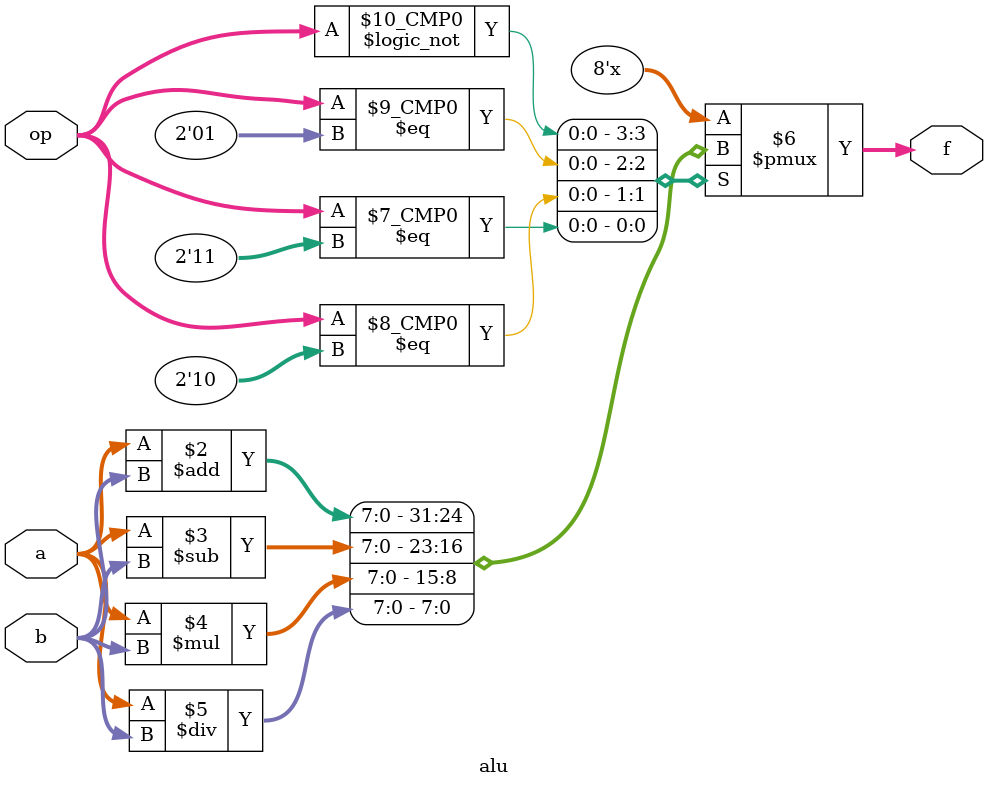
<source format=v>
module alu(f,a,b,op);

// A SYMPLE 4 FUNCTION ALU
//7 bit , add,sub,mul,devide
input [7:0]a,b;
input [1:0]op;

output reg [7:0]f;

parameter s0=2'b00,s1=2'b01,s2=2'b10,s3=2'b11;

always @(*) 
begin
	case(op)
		s0: f=a+b;
		s1: f=a-b;
		s2: f=a*b;
		s3: f=a/b;
	endcase
end 
endmodule

</source>
